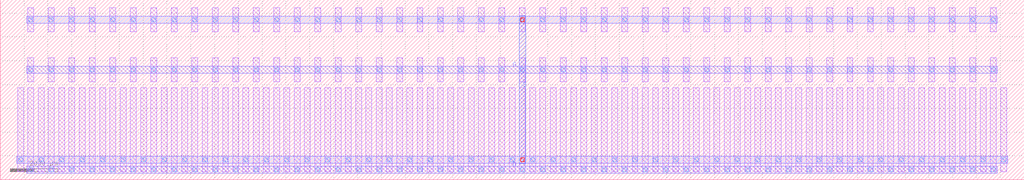
<source format=lef>
MACRO PMOS_S_71888108_X48_Y1
  UNITS 
    DATABASE MICRONS UNITS 1000;
  END UNITS 
  ORIGIN 0 0 ;
  FOREIGN PMOS_S_71888108_X48_Y1 0 0 ;
  SIZE 43000 BY 7560 ;
  PIN D
    DIRECTION INOUT ;
    USE SIGNAL ;
    PORT
      LAYER M2 ;
        RECT 1120 280 41880 560 ;
    END
  END D
  PIN G
    DIRECTION INOUT ;
    USE SIGNAL ;
    PORT
      LAYER M2 ;
        RECT 1120 4480 41880 4760 ;
    END
  END G
  PIN S
    DIRECTION INOUT ;
    USE SIGNAL ;
    PORT
      LAYER M3 ;
        RECT 21790 680 22070 6880 ;
    END
  END S
  OBS
    LAYER M1 ;
      RECT 1165 335 1415 3865 ;
    LAYER M1 ;
      RECT 1165 4115 1415 5125 ;
    LAYER M1 ;
      RECT 1165 6215 1415 7225 ;
    LAYER M1 ;
      RECT 735 335 985 3865 ;
    LAYER M1 ;
      RECT 1595 335 1845 3865 ;
    LAYER M1 ;
      RECT 2025 335 2275 3865 ;
    LAYER M1 ;
      RECT 2025 4115 2275 5125 ;
    LAYER M1 ;
      RECT 2025 6215 2275 7225 ;
    LAYER M1 ;
      RECT 2455 335 2705 3865 ;
    LAYER M1 ;
      RECT 2885 335 3135 3865 ;
    LAYER M1 ;
      RECT 2885 4115 3135 5125 ;
    LAYER M1 ;
      RECT 2885 6215 3135 7225 ;
    LAYER M1 ;
      RECT 3315 335 3565 3865 ;
    LAYER M1 ;
      RECT 3745 335 3995 3865 ;
    LAYER M1 ;
      RECT 3745 4115 3995 5125 ;
    LAYER M1 ;
      RECT 3745 6215 3995 7225 ;
    LAYER M1 ;
      RECT 4175 335 4425 3865 ;
    LAYER M1 ;
      RECT 4605 335 4855 3865 ;
    LAYER M1 ;
      RECT 4605 4115 4855 5125 ;
    LAYER M1 ;
      RECT 4605 6215 4855 7225 ;
    LAYER M1 ;
      RECT 5035 335 5285 3865 ;
    LAYER M1 ;
      RECT 5465 335 5715 3865 ;
    LAYER M1 ;
      RECT 5465 4115 5715 5125 ;
    LAYER M1 ;
      RECT 5465 6215 5715 7225 ;
    LAYER M1 ;
      RECT 5895 335 6145 3865 ;
    LAYER M1 ;
      RECT 6325 335 6575 3865 ;
    LAYER M1 ;
      RECT 6325 4115 6575 5125 ;
    LAYER M1 ;
      RECT 6325 6215 6575 7225 ;
    LAYER M1 ;
      RECT 6755 335 7005 3865 ;
    LAYER M1 ;
      RECT 7185 335 7435 3865 ;
    LAYER M1 ;
      RECT 7185 4115 7435 5125 ;
    LAYER M1 ;
      RECT 7185 6215 7435 7225 ;
    LAYER M1 ;
      RECT 7615 335 7865 3865 ;
    LAYER M1 ;
      RECT 8045 335 8295 3865 ;
    LAYER M1 ;
      RECT 8045 4115 8295 5125 ;
    LAYER M1 ;
      RECT 8045 6215 8295 7225 ;
    LAYER M1 ;
      RECT 8475 335 8725 3865 ;
    LAYER M1 ;
      RECT 8905 335 9155 3865 ;
    LAYER M1 ;
      RECT 8905 4115 9155 5125 ;
    LAYER M1 ;
      RECT 8905 6215 9155 7225 ;
    LAYER M1 ;
      RECT 9335 335 9585 3865 ;
    LAYER M1 ;
      RECT 9765 335 10015 3865 ;
    LAYER M1 ;
      RECT 9765 4115 10015 5125 ;
    LAYER M1 ;
      RECT 9765 6215 10015 7225 ;
    LAYER M1 ;
      RECT 10195 335 10445 3865 ;
    LAYER M1 ;
      RECT 10625 335 10875 3865 ;
    LAYER M1 ;
      RECT 10625 4115 10875 5125 ;
    LAYER M1 ;
      RECT 10625 6215 10875 7225 ;
    LAYER M1 ;
      RECT 11055 335 11305 3865 ;
    LAYER M1 ;
      RECT 11485 335 11735 3865 ;
    LAYER M1 ;
      RECT 11485 4115 11735 5125 ;
    LAYER M1 ;
      RECT 11485 6215 11735 7225 ;
    LAYER M1 ;
      RECT 11915 335 12165 3865 ;
    LAYER M1 ;
      RECT 12345 335 12595 3865 ;
    LAYER M1 ;
      RECT 12345 4115 12595 5125 ;
    LAYER M1 ;
      RECT 12345 6215 12595 7225 ;
    LAYER M1 ;
      RECT 12775 335 13025 3865 ;
    LAYER M1 ;
      RECT 13205 335 13455 3865 ;
    LAYER M1 ;
      RECT 13205 4115 13455 5125 ;
    LAYER M1 ;
      RECT 13205 6215 13455 7225 ;
    LAYER M1 ;
      RECT 13635 335 13885 3865 ;
    LAYER M1 ;
      RECT 14065 335 14315 3865 ;
    LAYER M1 ;
      RECT 14065 4115 14315 5125 ;
    LAYER M1 ;
      RECT 14065 6215 14315 7225 ;
    LAYER M1 ;
      RECT 14495 335 14745 3865 ;
    LAYER M1 ;
      RECT 14925 335 15175 3865 ;
    LAYER M1 ;
      RECT 14925 4115 15175 5125 ;
    LAYER M1 ;
      RECT 14925 6215 15175 7225 ;
    LAYER M1 ;
      RECT 15355 335 15605 3865 ;
    LAYER M1 ;
      RECT 15785 335 16035 3865 ;
    LAYER M1 ;
      RECT 15785 4115 16035 5125 ;
    LAYER M1 ;
      RECT 15785 6215 16035 7225 ;
    LAYER M1 ;
      RECT 16215 335 16465 3865 ;
    LAYER M1 ;
      RECT 16645 335 16895 3865 ;
    LAYER M1 ;
      RECT 16645 4115 16895 5125 ;
    LAYER M1 ;
      RECT 16645 6215 16895 7225 ;
    LAYER M1 ;
      RECT 17075 335 17325 3865 ;
    LAYER M1 ;
      RECT 17505 335 17755 3865 ;
    LAYER M1 ;
      RECT 17505 4115 17755 5125 ;
    LAYER M1 ;
      RECT 17505 6215 17755 7225 ;
    LAYER M1 ;
      RECT 17935 335 18185 3865 ;
    LAYER M1 ;
      RECT 18365 335 18615 3865 ;
    LAYER M1 ;
      RECT 18365 4115 18615 5125 ;
    LAYER M1 ;
      RECT 18365 6215 18615 7225 ;
    LAYER M1 ;
      RECT 18795 335 19045 3865 ;
    LAYER M1 ;
      RECT 19225 335 19475 3865 ;
    LAYER M1 ;
      RECT 19225 4115 19475 5125 ;
    LAYER M1 ;
      RECT 19225 6215 19475 7225 ;
    LAYER M1 ;
      RECT 19655 335 19905 3865 ;
    LAYER M1 ;
      RECT 20085 335 20335 3865 ;
    LAYER M1 ;
      RECT 20085 4115 20335 5125 ;
    LAYER M1 ;
      RECT 20085 6215 20335 7225 ;
    LAYER M1 ;
      RECT 20515 335 20765 3865 ;
    LAYER M1 ;
      RECT 20945 335 21195 3865 ;
    LAYER M1 ;
      RECT 20945 4115 21195 5125 ;
    LAYER M1 ;
      RECT 20945 6215 21195 7225 ;
    LAYER M1 ;
      RECT 21375 335 21625 3865 ;
    LAYER M1 ;
      RECT 21805 335 22055 3865 ;
    LAYER M1 ;
      RECT 21805 4115 22055 5125 ;
    LAYER M1 ;
      RECT 21805 6215 22055 7225 ;
    LAYER M1 ;
      RECT 22235 335 22485 3865 ;
    LAYER M1 ;
      RECT 22665 335 22915 3865 ;
    LAYER M1 ;
      RECT 22665 4115 22915 5125 ;
    LAYER M1 ;
      RECT 22665 6215 22915 7225 ;
    LAYER M1 ;
      RECT 23095 335 23345 3865 ;
    LAYER M1 ;
      RECT 23525 335 23775 3865 ;
    LAYER M1 ;
      RECT 23525 4115 23775 5125 ;
    LAYER M1 ;
      RECT 23525 6215 23775 7225 ;
    LAYER M1 ;
      RECT 23955 335 24205 3865 ;
    LAYER M1 ;
      RECT 24385 335 24635 3865 ;
    LAYER M1 ;
      RECT 24385 4115 24635 5125 ;
    LAYER M1 ;
      RECT 24385 6215 24635 7225 ;
    LAYER M1 ;
      RECT 24815 335 25065 3865 ;
    LAYER M1 ;
      RECT 25245 335 25495 3865 ;
    LAYER M1 ;
      RECT 25245 4115 25495 5125 ;
    LAYER M1 ;
      RECT 25245 6215 25495 7225 ;
    LAYER M1 ;
      RECT 25675 335 25925 3865 ;
    LAYER M1 ;
      RECT 26105 335 26355 3865 ;
    LAYER M1 ;
      RECT 26105 4115 26355 5125 ;
    LAYER M1 ;
      RECT 26105 6215 26355 7225 ;
    LAYER M1 ;
      RECT 26535 335 26785 3865 ;
    LAYER M1 ;
      RECT 26965 335 27215 3865 ;
    LAYER M1 ;
      RECT 26965 4115 27215 5125 ;
    LAYER M1 ;
      RECT 26965 6215 27215 7225 ;
    LAYER M1 ;
      RECT 27395 335 27645 3865 ;
    LAYER M1 ;
      RECT 27825 335 28075 3865 ;
    LAYER M1 ;
      RECT 27825 4115 28075 5125 ;
    LAYER M1 ;
      RECT 27825 6215 28075 7225 ;
    LAYER M1 ;
      RECT 28255 335 28505 3865 ;
    LAYER M1 ;
      RECT 28685 335 28935 3865 ;
    LAYER M1 ;
      RECT 28685 4115 28935 5125 ;
    LAYER M1 ;
      RECT 28685 6215 28935 7225 ;
    LAYER M1 ;
      RECT 29115 335 29365 3865 ;
    LAYER M1 ;
      RECT 29545 335 29795 3865 ;
    LAYER M1 ;
      RECT 29545 4115 29795 5125 ;
    LAYER M1 ;
      RECT 29545 6215 29795 7225 ;
    LAYER M1 ;
      RECT 29975 335 30225 3865 ;
    LAYER M1 ;
      RECT 30405 335 30655 3865 ;
    LAYER M1 ;
      RECT 30405 4115 30655 5125 ;
    LAYER M1 ;
      RECT 30405 6215 30655 7225 ;
    LAYER M1 ;
      RECT 30835 335 31085 3865 ;
    LAYER M1 ;
      RECT 31265 335 31515 3865 ;
    LAYER M1 ;
      RECT 31265 4115 31515 5125 ;
    LAYER M1 ;
      RECT 31265 6215 31515 7225 ;
    LAYER M1 ;
      RECT 31695 335 31945 3865 ;
    LAYER M1 ;
      RECT 32125 335 32375 3865 ;
    LAYER M1 ;
      RECT 32125 4115 32375 5125 ;
    LAYER M1 ;
      RECT 32125 6215 32375 7225 ;
    LAYER M1 ;
      RECT 32555 335 32805 3865 ;
    LAYER M1 ;
      RECT 32985 335 33235 3865 ;
    LAYER M1 ;
      RECT 32985 4115 33235 5125 ;
    LAYER M1 ;
      RECT 32985 6215 33235 7225 ;
    LAYER M1 ;
      RECT 33415 335 33665 3865 ;
    LAYER M1 ;
      RECT 33845 335 34095 3865 ;
    LAYER M1 ;
      RECT 33845 4115 34095 5125 ;
    LAYER M1 ;
      RECT 33845 6215 34095 7225 ;
    LAYER M1 ;
      RECT 34275 335 34525 3865 ;
    LAYER M1 ;
      RECT 34705 335 34955 3865 ;
    LAYER M1 ;
      RECT 34705 4115 34955 5125 ;
    LAYER M1 ;
      RECT 34705 6215 34955 7225 ;
    LAYER M1 ;
      RECT 35135 335 35385 3865 ;
    LAYER M1 ;
      RECT 35565 335 35815 3865 ;
    LAYER M1 ;
      RECT 35565 4115 35815 5125 ;
    LAYER M1 ;
      RECT 35565 6215 35815 7225 ;
    LAYER M1 ;
      RECT 35995 335 36245 3865 ;
    LAYER M1 ;
      RECT 36425 335 36675 3865 ;
    LAYER M1 ;
      RECT 36425 4115 36675 5125 ;
    LAYER M1 ;
      RECT 36425 6215 36675 7225 ;
    LAYER M1 ;
      RECT 36855 335 37105 3865 ;
    LAYER M1 ;
      RECT 37285 335 37535 3865 ;
    LAYER M1 ;
      RECT 37285 4115 37535 5125 ;
    LAYER M1 ;
      RECT 37285 6215 37535 7225 ;
    LAYER M1 ;
      RECT 37715 335 37965 3865 ;
    LAYER M1 ;
      RECT 38145 335 38395 3865 ;
    LAYER M1 ;
      RECT 38145 4115 38395 5125 ;
    LAYER M1 ;
      RECT 38145 6215 38395 7225 ;
    LAYER M1 ;
      RECT 38575 335 38825 3865 ;
    LAYER M1 ;
      RECT 39005 335 39255 3865 ;
    LAYER M1 ;
      RECT 39005 4115 39255 5125 ;
    LAYER M1 ;
      RECT 39005 6215 39255 7225 ;
    LAYER M1 ;
      RECT 39435 335 39685 3865 ;
    LAYER M1 ;
      RECT 39865 335 40115 3865 ;
    LAYER M1 ;
      RECT 39865 4115 40115 5125 ;
    LAYER M1 ;
      RECT 39865 6215 40115 7225 ;
    LAYER M1 ;
      RECT 40295 335 40545 3865 ;
    LAYER M1 ;
      RECT 40725 335 40975 3865 ;
    LAYER M1 ;
      RECT 40725 4115 40975 5125 ;
    LAYER M1 ;
      RECT 40725 6215 40975 7225 ;
    LAYER M1 ;
      RECT 41155 335 41405 3865 ;
    LAYER M1 ;
      RECT 41585 335 41835 3865 ;
    LAYER M1 ;
      RECT 41585 4115 41835 5125 ;
    LAYER M1 ;
      RECT 41585 6215 41835 7225 ;
    LAYER M1 ;
      RECT 42015 335 42265 3865 ;
    LAYER M2 ;
      RECT 690 700 42310 980 ;
    LAYER M2 ;
      RECT 1120 6580 41880 6860 ;
    LAYER V1 ;
      RECT 1205 335 1375 505 ;
    LAYER V1 ;
      RECT 1205 4535 1375 4705 ;
    LAYER V1 ;
      RECT 1205 6635 1375 6805 ;
    LAYER V1 ;
      RECT 2065 335 2235 505 ;
    LAYER V1 ;
      RECT 2065 4535 2235 4705 ;
    LAYER V1 ;
      RECT 2065 6635 2235 6805 ;
    LAYER V1 ;
      RECT 2925 335 3095 505 ;
    LAYER V1 ;
      RECT 2925 4535 3095 4705 ;
    LAYER V1 ;
      RECT 2925 6635 3095 6805 ;
    LAYER V1 ;
      RECT 3785 335 3955 505 ;
    LAYER V1 ;
      RECT 3785 4535 3955 4705 ;
    LAYER V1 ;
      RECT 3785 6635 3955 6805 ;
    LAYER V1 ;
      RECT 4645 335 4815 505 ;
    LAYER V1 ;
      RECT 4645 4535 4815 4705 ;
    LAYER V1 ;
      RECT 4645 6635 4815 6805 ;
    LAYER V1 ;
      RECT 5505 335 5675 505 ;
    LAYER V1 ;
      RECT 5505 4535 5675 4705 ;
    LAYER V1 ;
      RECT 5505 6635 5675 6805 ;
    LAYER V1 ;
      RECT 6365 335 6535 505 ;
    LAYER V1 ;
      RECT 6365 4535 6535 4705 ;
    LAYER V1 ;
      RECT 6365 6635 6535 6805 ;
    LAYER V1 ;
      RECT 7225 335 7395 505 ;
    LAYER V1 ;
      RECT 7225 4535 7395 4705 ;
    LAYER V1 ;
      RECT 7225 6635 7395 6805 ;
    LAYER V1 ;
      RECT 8085 335 8255 505 ;
    LAYER V1 ;
      RECT 8085 4535 8255 4705 ;
    LAYER V1 ;
      RECT 8085 6635 8255 6805 ;
    LAYER V1 ;
      RECT 8945 335 9115 505 ;
    LAYER V1 ;
      RECT 8945 4535 9115 4705 ;
    LAYER V1 ;
      RECT 8945 6635 9115 6805 ;
    LAYER V1 ;
      RECT 9805 335 9975 505 ;
    LAYER V1 ;
      RECT 9805 4535 9975 4705 ;
    LAYER V1 ;
      RECT 9805 6635 9975 6805 ;
    LAYER V1 ;
      RECT 10665 335 10835 505 ;
    LAYER V1 ;
      RECT 10665 4535 10835 4705 ;
    LAYER V1 ;
      RECT 10665 6635 10835 6805 ;
    LAYER V1 ;
      RECT 11525 335 11695 505 ;
    LAYER V1 ;
      RECT 11525 4535 11695 4705 ;
    LAYER V1 ;
      RECT 11525 6635 11695 6805 ;
    LAYER V1 ;
      RECT 12385 335 12555 505 ;
    LAYER V1 ;
      RECT 12385 4535 12555 4705 ;
    LAYER V1 ;
      RECT 12385 6635 12555 6805 ;
    LAYER V1 ;
      RECT 13245 335 13415 505 ;
    LAYER V1 ;
      RECT 13245 4535 13415 4705 ;
    LAYER V1 ;
      RECT 13245 6635 13415 6805 ;
    LAYER V1 ;
      RECT 14105 335 14275 505 ;
    LAYER V1 ;
      RECT 14105 4535 14275 4705 ;
    LAYER V1 ;
      RECT 14105 6635 14275 6805 ;
    LAYER V1 ;
      RECT 14965 335 15135 505 ;
    LAYER V1 ;
      RECT 14965 4535 15135 4705 ;
    LAYER V1 ;
      RECT 14965 6635 15135 6805 ;
    LAYER V1 ;
      RECT 15825 335 15995 505 ;
    LAYER V1 ;
      RECT 15825 4535 15995 4705 ;
    LAYER V1 ;
      RECT 15825 6635 15995 6805 ;
    LAYER V1 ;
      RECT 16685 335 16855 505 ;
    LAYER V1 ;
      RECT 16685 4535 16855 4705 ;
    LAYER V1 ;
      RECT 16685 6635 16855 6805 ;
    LAYER V1 ;
      RECT 17545 335 17715 505 ;
    LAYER V1 ;
      RECT 17545 4535 17715 4705 ;
    LAYER V1 ;
      RECT 17545 6635 17715 6805 ;
    LAYER V1 ;
      RECT 18405 335 18575 505 ;
    LAYER V1 ;
      RECT 18405 4535 18575 4705 ;
    LAYER V1 ;
      RECT 18405 6635 18575 6805 ;
    LAYER V1 ;
      RECT 19265 335 19435 505 ;
    LAYER V1 ;
      RECT 19265 4535 19435 4705 ;
    LAYER V1 ;
      RECT 19265 6635 19435 6805 ;
    LAYER V1 ;
      RECT 20125 335 20295 505 ;
    LAYER V1 ;
      RECT 20125 4535 20295 4705 ;
    LAYER V1 ;
      RECT 20125 6635 20295 6805 ;
    LAYER V1 ;
      RECT 20985 335 21155 505 ;
    LAYER V1 ;
      RECT 20985 4535 21155 4705 ;
    LAYER V1 ;
      RECT 20985 6635 21155 6805 ;
    LAYER V1 ;
      RECT 21845 335 22015 505 ;
    LAYER V1 ;
      RECT 21845 4535 22015 4705 ;
    LAYER V1 ;
      RECT 21845 6635 22015 6805 ;
    LAYER V1 ;
      RECT 22705 335 22875 505 ;
    LAYER V1 ;
      RECT 22705 4535 22875 4705 ;
    LAYER V1 ;
      RECT 22705 6635 22875 6805 ;
    LAYER V1 ;
      RECT 23565 335 23735 505 ;
    LAYER V1 ;
      RECT 23565 4535 23735 4705 ;
    LAYER V1 ;
      RECT 23565 6635 23735 6805 ;
    LAYER V1 ;
      RECT 24425 335 24595 505 ;
    LAYER V1 ;
      RECT 24425 4535 24595 4705 ;
    LAYER V1 ;
      RECT 24425 6635 24595 6805 ;
    LAYER V1 ;
      RECT 25285 335 25455 505 ;
    LAYER V1 ;
      RECT 25285 4535 25455 4705 ;
    LAYER V1 ;
      RECT 25285 6635 25455 6805 ;
    LAYER V1 ;
      RECT 26145 335 26315 505 ;
    LAYER V1 ;
      RECT 26145 4535 26315 4705 ;
    LAYER V1 ;
      RECT 26145 6635 26315 6805 ;
    LAYER V1 ;
      RECT 27005 335 27175 505 ;
    LAYER V1 ;
      RECT 27005 4535 27175 4705 ;
    LAYER V1 ;
      RECT 27005 6635 27175 6805 ;
    LAYER V1 ;
      RECT 27865 335 28035 505 ;
    LAYER V1 ;
      RECT 27865 4535 28035 4705 ;
    LAYER V1 ;
      RECT 27865 6635 28035 6805 ;
    LAYER V1 ;
      RECT 28725 335 28895 505 ;
    LAYER V1 ;
      RECT 28725 4535 28895 4705 ;
    LAYER V1 ;
      RECT 28725 6635 28895 6805 ;
    LAYER V1 ;
      RECT 29585 335 29755 505 ;
    LAYER V1 ;
      RECT 29585 4535 29755 4705 ;
    LAYER V1 ;
      RECT 29585 6635 29755 6805 ;
    LAYER V1 ;
      RECT 30445 335 30615 505 ;
    LAYER V1 ;
      RECT 30445 4535 30615 4705 ;
    LAYER V1 ;
      RECT 30445 6635 30615 6805 ;
    LAYER V1 ;
      RECT 31305 335 31475 505 ;
    LAYER V1 ;
      RECT 31305 4535 31475 4705 ;
    LAYER V1 ;
      RECT 31305 6635 31475 6805 ;
    LAYER V1 ;
      RECT 32165 335 32335 505 ;
    LAYER V1 ;
      RECT 32165 4535 32335 4705 ;
    LAYER V1 ;
      RECT 32165 6635 32335 6805 ;
    LAYER V1 ;
      RECT 33025 335 33195 505 ;
    LAYER V1 ;
      RECT 33025 4535 33195 4705 ;
    LAYER V1 ;
      RECT 33025 6635 33195 6805 ;
    LAYER V1 ;
      RECT 33885 335 34055 505 ;
    LAYER V1 ;
      RECT 33885 4535 34055 4705 ;
    LAYER V1 ;
      RECT 33885 6635 34055 6805 ;
    LAYER V1 ;
      RECT 34745 335 34915 505 ;
    LAYER V1 ;
      RECT 34745 4535 34915 4705 ;
    LAYER V1 ;
      RECT 34745 6635 34915 6805 ;
    LAYER V1 ;
      RECT 35605 335 35775 505 ;
    LAYER V1 ;
      RECT 35605 4535 35775 4705 ;
    LAYER V1 ;
      RECT 35605 6635 35775 6805 ;
    LAYER V1 ;
      RECT 36465 335 36635 505 ;
    LAYER V1 ;
      RECT 36465 4535 36635 4705 ;
    LAYER V1 ;
      RECT 36465 6635 36635 6805 ;
    LAYER V1 ;
      RECT 37325 335 37495 505 ;
    LAYER V1 ;
      RECT 37325 4535 37495 4705 ;
    LAYER V1 ;
      RECT 37325 6635 37495 6805 ;
    LAYER V1 ;
      RECT 38185 335 38355 505 ;
    LAYER V1 ;
      RECT 38185 4535 38355 4705 ;
    LAYER V1 ;
      RECT 38185 6635 38355 6805 ;
    LAYER V1 ;
      RECT 39045 335 39215 505 ;
    LAYER V1 ;
      RECT 39045 4535 39215 4705 ;
    LAYER V1 ;
      RECT 39045 6635 39215 6805 ;
    LAYER V1 ;
      RECT 39905 335 40075 505 ;
    LAYER V1 ;
      RECT 39905 4535 40075 4705 ;
    LAYER V1 ;
      RECT 39905 6635 40075 6805 ;
    LAYER V1 ;
      RECT 40765 335 40935 505 ;
    LAYER V1 ;
      RECT 40765 4535 40935 4705 ;
    LAYER V1 ;
      RECT 40765 6635 40935 6805 ;
    LAYER V1 ;
      RECT 41625 335 41795 505 ;
    LAYER V1 ;
      RECT 41625 4535 41795 4705 ;
    LAYER V1 ;
      RECT 41625 6635 41795 6805 ;
    LAYER V1 ;
      RECT 775 755 945 925 ;
    LAYER V1 ;
      RECT 1635 755 1805 925 ;
    LAYER V1 ;
      RECT 2495 755 2665 925 ;
    LAYER V1 ;
      RECT 3355 755 3525 925 ;
    LAYER V1 ;
      RECT 4215 755 4385 925 ;
    LAYER V1 ;
      RECT 5075 755 5245 925 ;
    LAYER V1 ;
      RECT 5935 755 6105 925 ;
    LAYER V1 ;
      RECT 6795 755 6965 925 ;
    LAYER V1 ;
      RECT 7655 755 7825 925 ;
    LAYER V1 ;
      RECT 8515 755 8685 925 ;
    LAYER V1 ;
      RECT 9375 755 9545 925 ;
    LAYER V1 ;
      RECT 10235 755 10405 925 ;
    LAYER V1 ;
      RECT 11095 755 11265 925 ;
    LAYER V1 ;
      RECT 11955 755 12125 925 ;
    LAYER V1 ;
      RECT 12815 755 12985 925 ;
    LAYER V1 ;
      RECT 13675 755 13845 925 ;
    LAYER V1 ;
      RECT 14535 755 14705 925 ;
    LAYER V1 ;
      RECT 15395 755 15565 925 ;
    LAYER V1 ;
      RECT 16255 755 16425 925 ;
    LAYER V1 ;
      RECT 17115 755 17285 925 ;
    LAYER V1 ;
      RECT 17975 755 18145 925 ;
    LAYER V1 ;
      RECT 18835 755 19005 925 ;
    LAYER V1 ;
      RECT 19695 755 19865 925 ;
    LAYER V1 ;
      RECT 20555 755 20725 925 ;
    LAYER V1 ;
      RECT 21415 755 21585 925 ;
    LAYER V1 ;
      RECT 22275 755 22445 925 ;
    LAYER V1 ;
      RECT 23135 755 23305 925 ;
    LAYER V1 ;
      RECT 23995 755 24165 925 ;
    LAYER V1 ;
      RECT 24855 755 25025 925 ;
    LAYER V1 ;
      RECT 25715 755 25885 925 ;
    LAYER V1 ;
      RECT 26575 755 26745 925 ;
    LAYER V1 ;
      RECT 27435 755 27605 925 ;
    LAYER V1 ;
      RECT 28295 755 28465 925 ;
    LAYER V1 ;
      RECT 29155 755 29325 925 ;
    LAYER V1 ;
      RECT 30015 755 30185 925 ;
    LAYER V1 ;
      RECT 30875 755 31045 925 ;
    LAYER V1 ;
      RECT 31735 755 31905 925 ;
    LAYER V1 ;
      RECT 32595 755 32765 925 ;
    LAYER V1 ;
      RECT 33455 755 33625 925 ;
    LAYER V1 ;
      RECT 34315 755 34485 925 ;
    LAYER V1 ;
      RECT 35175 755 35345 925 ;
    LAYER V1 ;
      RECT 36035 755 36205 925 ;
    LAYER V1 ;
      RECT 36895 755 37065 925 ;
    LAYER V1 ;
      RECT 37755 755 37925 925 ;
    LAYER V1 ;
      RECT 38615 755 38785 925 ;
    LAYER V1 ;
      RECT 39475 755 39645 925 ;
    LAYER V1 ;
      RECT 40335 755 40505 925 ;
    LAYER V1 ;
      RECT 41195 755 41365 925 ;
    LAYER V1 ;
      RECT 42055 755 42225 925 ;
    LAYER V2 ;
      RECT 21855 765 22005 915 ;
    LAYER V2 ;
      RECT 21855 6645 22005 6795 ;
  END
END PMOS_S_71888108_X48_Y1

</source>
